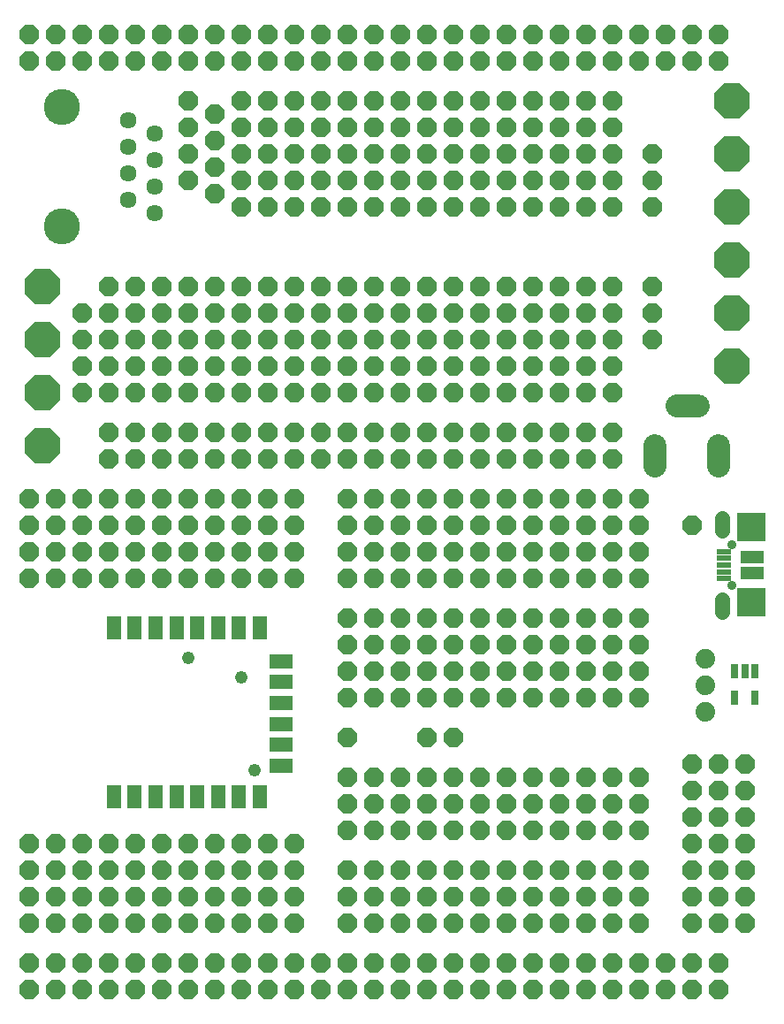
<source format=gts>
G75*
%MOIN*%
%OFA0B0*%
%FSLAX25Y25*%
%IPPOS*%
%LPD*%
%AMOC8*
5,1,8,0,0,1.08239X$1,22.5*
%
%ADD10OC8,0.07100*%
%ADD11C,0.08674*%
%ADD12C,0.07400*%
%ADD13OC8,0.13300*%
%ADD14R,0.05709X0.01969*%
%ADD15R,0.08674X0.04737*%
%ADD16C,0.05556*%
%ADD17R,0.10643X0.10643*%
%ADD18C,0.03556*%
%ADD19R,0.02965X0.05524*%
%ADD20R,0.05524X0.08674*%
%ADD21R,0.08674X0.05524*%
%ADD22C,0.06343*%
%ADD23C,0.13600*%
%ADD24C,0.04762*%
D10*
X0040953Y0036800D03*
X0040953Y0046800D03*
X0050953Y0046800D03*
X0050953Y0036800D03*
X0060953Y0036800D03*
X0060953Y0046800D03*
X0070953Y0046800D03*
X0080953Y0046800D03*
X0080953Y0036800D03*
X0070953Y0036800D03*
X0090953Y0036800D03*
X0090953Y0046800D03*
X0100953Y0046800D03*
X0100953Y0036800D03*
X0110953Y0036800D03*
X0110953Y0046800D03*
X0120953Y0046800D03*
X0120953Y0036800D03*
X0130953Y0036800D03*
X0140953Y0036800D03*
X0140953Y0046800D03*
X0130953Y0046800D03*
X0130953Y0061800D03*
X0140953Y0061800D03*
X0140953Y0071800D03*
X0130953Y0071800D03*
X0130953Y0081800D03*
X0140953Y0081800D03*
X0140953Y0091800D03*
X0130953Y0091800D03*
X0120953Y0091800D03*
X0120953Y0081800D03*
X0120953Y0071800D03*
X0120953Y0061800D03*
X0110953Y0061800D03*
X0110953Y0071800D03*
X0110953Y0081800D03*
X0110953Y0091800D03*
X0100953Y0091800D03*
X0100953Y0081800D03*
X0100953Y0071800D03*
X0100953Y0061800D03*
X0090953Y0061800D03*
X0090953Y0071800D03*
X0090953Y0081800D03*
X0090953Y0091800D03*
X0080953Y0091800D03*
X0080953Y0081800D03*
X0070953Y0081800D03*
X0070953Y0091800D03*
X0060953Y0091800D03*
X0060953Y0081800D03*
X0060953Y0071800D03*
X0060953Y0061800D03*
X0070953Y0061800D03*
X0080953Y0061800D03*
X0080953Y0071800D03*
X0070953Y0071800D03*
X0050953Y0071800D03*
X0050953Y0061800D03*
X0040953Y0061800D03*
X0040953Y0071800D03*
X0040953Y0081800D03*
X0040953Y0091800D03*
X0050953Y0091800D03*
X0050953Y0081800D03*
X0050953Y0191800D03*
X0060953Y0191800D03*
X0070953Y0191800D03*
X0080953Y0191800D03*
X0090953Y0191800D03*
X0100953Y0191800D03*
X0110953Y0191800D03*
X0120953Y0191800D03*
X0130953Y0191800D03*
X0140953Y0191800D03*
X0140953Y0201800D03*
X0140953Y0211800D03*
X0140953Y0221800D03*
X0130953Y0221800D03*
X0130953Y0211800D03*
X0130953Y0201800D03*
X0120953Y0201800D03*
X0120953Y0211800D03*
X0120953Y0221800D03*
X0110953Y0221800D03*
X0110953Y0211800D03*
X0110953Y0201800D03*
X0100953Y0201800D03*
X0100953Y0211800D03*
X0100953Y0221800D03*
X0090953Y0221800D03*
X0090953Y0211800D03*
X0090953Y0201800D03*
X0080953Y0201800D03*
X0080953Y0211800D03*
X0080953Y0221800D03*
X0070953Y0221800D03*
X0070953Y0211800D03*
X0070953Y0201800D03*
X0060953Y0201800D03*
X0060953Y0211800D03*
X0060953Y0221800D03*
X0050953Y0221800D03*
X0050953Y0211800D03*
X0050953Y0201800D03*
X0040953Y0201800D03*
X0040953Y0211800D03*
X0040953Y0221800D03*
X0040953Y0191800D03*
X0070953Y0236800D03*
X0080953Y0236800D03*
X0080953Y0246800D03*
X0070953Y0246800D03*
X0070953Y0261800D03*
X0080953Y0261800D03*
X0080953Y0271800D03*
X0080953Y0281800D03*
X0070953Y0281800D03*
X0070953Y0271800D03*
X0060953Y0271800D03*
X0060953Y0261800D03*
X0060953Y0281800D03*
X0060953Y0291800D03*
X0070953Y0291800D03*
X0080953Y0291800D03*
X0080953Y0301800D03*
X0070953Y0301800D03*
X0090953Y0301800D03*
X0090953Y0291800D03*
X0100953Y0291800D03*
X0100953Y0301800D03*
X0110953Y0301800D03*
X0110953Y0291800D03*
X0120953Y0291800D03*
X0120953Y0301800D03*
X0130953Y0301800D03*
X0140953Y0301800D03*
X0140953Y0291800D03*
X0130953Y0291800D03*
X0130953Y0281800D03*
X0140953Y0281800D03*
X0140953Y0271800D03*
X0140953Y0261800D03*
X0130953Y0261800D03*
X0130953Y0271800D03*
X0120953Y0271800D03*
X0120953Y0261800D03*
X0110953Y0261800D03*
X0110953Y0271800D03*
X0110953Y0281800D03*
X0120953Y0281800D03*
X0100953Y0281800D03*
X0100953Y0271800D03*
X0100953Y0261800D03*
X0090953Y0261800D03*
X0090953Y0271800D03*
X0090953Y0281800D03*
X0090953Y0246800D03*
X0090953Y0236800D03*
X0100953Y0236800D03*
X0100953Y0246800D03*
X0110953Y0246800D03*
X0110953Y0236800D03*
X0120953Y0236800D03*
X0120953Y0246800D03*
X0130953Y0246800D03*
X0140953Y0246800D03*
X0140953Y0236800D03*
X0130953Y0236800D03*
X0150953Y0236800D03*
X0150953Y0246800D03*
X0160953Y0246800D03*
X0160953Y0236800D03*
X0170953Y0236800D03*
X0170953Y0246800D03*
X0180953Y0246800D03*
X0180953Y0236800D03*
X0190953Y0236800D03*
X0200953Y0236800D03*
X0200953Y0246800D03*
X0190953Y0246800D03*
X0190953Y0261800D03*
X0200953Y0261800D03*
X0200953Y0271800D03*
X0200953Y0281800D03*
X0190953Y0281800D03*
X0190953Y0271800D03*
X0180953Y0271800D03*
X0180953Y0261800D03*
X0170953Y0261800D03*
X0170953Y0271800D03*
X0170953Y0281800D03*
X0180953Y0281800D03*
X0180953Y0291800D03*
X0180953Y0301800D03*
X0190953Y0301800D03*
X0200953Y0301800D03*
X0200953Y0291800D03*
X0190953Y0291800D03*
X0210953Y0291800D03*
X0210953Y0301800D03*
X0220953Y0301800D03*
X0220953Y0291800D03*
X0230953Y0291800D03*
X0230953Y0301800D03*
X0240953Y0301800D03*
X0240953Y0291800D03*
X0250953Y0291800D03*
X0260953Y0291800D03*
X0260953Y0301800D03*
X0250953Y0301800D03*
X0250953Y0281800D03*
X0260953Y0281800D03*
X0260953Y0271800D03*
X0260953Y0261800D03*
X0250953Y0261800D03*
X0250953Y0271800D03*
X0240953Y0271800D03*
X0240953Y0261800D03*
X0230953Y0261800D03*
X0230953Y0271800D03*
X0230953Y0281800D03*
X0240953Y0281800D03*
X0220953Y0281800D03*
X0220953Y0271800D03*
X0220953Y0261800D03*
X0210953Y0261800D03*
X0210953Y0271800D03*
X0210953Y0281800D03*
X0210953Y0246800D03*
X0210953Y0236800D03*
X0220953Y0236800D03*
X0220953Y0246800D03*
X0230953Y0246800D03*
X0230953Y0236800D03*
X0240953Y0236800D03*
X0240953Y0246800D03*
X0250953Y0246800D03*
X0260953Y0246800D03*
X0260953Y0236800D03*
X0250953Y0236800D03*
X0250953Y0221800D03*
X0260953Y0221800D03*
X0260953Y0211800D03*
X0260953Y0201800D03*
X0250953Y0201800D03*
X0250953Y0211800D03*
X0240953Y0211800D03*
X0240953Y0201800D03*
X0240953Y0191800D03*
X0250953Y0191800D03*
X0260953Y0191800D03*
X0270953Y0191800D03*
X0270953Y0201800D03*
X0270953Y0211800D03*
X0270953Y0221800D03*
X0290953Y0211800D03*
X0270953Y0176800D03*
X0270953Y0166800D03*
X0270953Y0156800D03*
X0270953Y0146800D03*
X0260953Y0146800D03*
X0260953Y0156800D03*
X0260953Y0166800D03*
X0250953Y0166800D03*
X0250953Y0156800D03*
X0250953Y0146800D03*
X0240953Y0146800D03*
X0240953Y0156800D03*
X0240953Y0166800D03*
X0240953Y0176800D03*
X0250953Y0176800D03*
X0260953Y0176800D03*
X0230953Y0176800D03*
X0230953Y0166800D03*
X0230953Y0156800D03*
X0230953Y0146800D03*
X0220953Y0146800D03*
X0220953Y0156800D03*
X0220953Y0166800D03*
X0220953Y0176800D03*
X0210953Y0176800D03*
X0210953Y0166800D03*
X0210953Y0156800D03*
X0210953Y0146800D03*
X0200953Y0146800D03*
X0200953Y0156800D03*
X0200953Y0166800D03*
X0190953Y0166800D03*
X0190953Y0156800D03*
X0190953Y0146800D03*
X0180953Y0146800D03*
X0180953Y0156800D03*
X0180953Y0166800D03*
X0180953Y0176800D03*
X0190953Y0176800D03*
X0200953Y0176800D03*
X0200953Y0191800D03*
X0190953Y0191800D03*
X0190953Y0201800D03*
X0200953Y0201800D03*
X0200953Y0211800D03*
X0200953Y0221800D03*
X0190953Y0221800D03*
X0190953Y0211800D03*
X0180953Y0211800D03*
X0180953Y0201800D03*
X0180953Y0191800D03*
X0170953Y0191800D03*
X0170953Y0201800D03*
X0170953Y0211800D03*
X0170953Y0221800D03*
X0180953Y0221800D03*
X0160953Y0221800D03*
X0160953Y0211800D03*
X0160953Y0201800D03*
X0160953Y0191800D03*
X0160953Y0176800D03*
X0170953Y0176800D03*
X0170953Y0166800D03*
X0170953Y0156800D03*
X0170953Y0146800D03*
X0160953Y0146800D03*
X0160953Y0156800D03*
X0160953Y0166800D03*
X0160953Y0131800D03*
X0160953Y0116800D03*
X0170953Y0116800D03*
X0180953Y0116800D03*
X0190953Y0116800D03*
X0200953Y0116800D03*
X0210953Y0116800D03*
X0220953Y0116800D03*
X0230953Y0116800D03*
X0240953Y0116800D03*
X0250953Y0116800D03*
X0260953Y0116800D03*
X0270953Y0116800D03*
X0270953Y0106800D03*
X0270953Y0096800D03*
X0260953Y0096800D03*
X0260953Y0106800D03*
X0250953Y0106800D03*
X0250953Y0096800D03*
X0240953Y0096800D03*
X0240953Y0106800D03*
X0230953Y0106800D03*
X0230953Y0096800D03*
X0220953Y0096800D03*
X0220953Y0106800D03*
X0210953Y0106800D03*
X0210953Y0096800D03*
X0200953Y0096800D03*
X0200953Y0106800D03*
X0190953Y0106800D03*
X0190953Y0096800D03*
X0180953Y0096800D03*
X0180953Y0106800D03*
X0170953Y0106800D03*
X0170953Y0096800D03*
X0160953Y0096800D03*
X0160953Y0106800D03*
X0160953Y0081800D03*
X0170953Y0081800D03*
X0180953Y0081800D03*
X0190953Y0081800D03*
X0200953Y0081800D03*
X0210953Y0081800D03*
X0220953Y0081800D03*
X0230953Y0081800D03*
X0240953Y0081800D03*
X0250953Y0081800D03*
X0260953Y0081800D03*
X0270953Y0081800D03*
X0270953Y0071800D03*
X0270953Y0061800D03*
X0260953Y0061800D03*
X0260953Y0071800D03*
X0250953Y0071800D03*
X0250953Y0061800D03*
X0240953Y0061800D03*
X0240953Y0071800D03*
X0230953Y0071800D03*
X0230953Y0061800D03*
X0220953Y0061800D03*
X0220953Y0071800D03*
X0210953Y0071800D03*
X0210953Y0061800D03*
X0200953Y0061800D03*
X0200953Y0071800D03*
X0190953Y0071800D03*
X0190953Y0061800D03*
X0180953Y0061800D03*
X0180953Y0071800D03*
X0170953Y0071800D03*
X0170953Y0061800D03*
X0160953Y0061800D03*
X0160953Y0071800D03*
X0160953Y0046800D03*
X0160953Y0036800D03*
X0170953Y0036800D03*
X0170953Y0046800D03*
X0180953Y0046800D03*
X0180953Y0036800D03*
X0190953Y0036800D03*
X0200953Y0036800D03*
X0200953Y0046800D03*
X0190953Y0046800D03*
X0210953Y0046800D03*
X0210953Y0036800D03*
X0220953Y0036800D03*
X0220953Y0046800D03*
X0230953Y0046800D03*
X0230953Y0036800D03*
X0240953Y0036800D03*
X0240953Y0046800D03*
X0250953Y0046800D03*
X0260953Y0046800D03*
X0260953Y0036800D03*
X0250953Y0036800D03*
X0270953Y0036800D03*
X0270953Y0046800D03*
X0280953Y0046800D03*
X0280953Y0036800D03*
X0290953Y0036800D03*
X0290953Y0046800D03*
X0300953Y0046800D03*
X0300953Y0036800D03*
X0300953Y0061800D03*
X0300953Y0071800D03*
X0310953Y0071800D03*
X0310953Y0061800D03*
X0310953Y0081800D03*
X0310953Y0091800D03*
X0310953Y0101800D03*
X0310953Y0111800D03*
X0310953Y0121800D03*
X0300953Y0121800D03*
X0300953Y0111800D03*
X0300953Y0101800D03*
X0300953Y0091800D03*
X0300953Y0081800D03*
X0290953Y0081800D03*
X0290953Y0091800D03*
X0290953Y0101800D03*
X0290953Y0111800D03*
X0290953Y0121800D03*
X0290953Y0071800D03*
X0290953Y0061800D03*
X0200953Y0131800D03*
X0190953Y0131800D03*
X0210953Y0191800D03*
X0220953Y0191800D03*
X0230953Y0191800D03*
X0230953Y0201800D03*
X0230953Y0211800D03*
X0230953Y0221800D03*
X0240953Y0221800D03*
X0220953Y0221800D03*
X0220953Y0211800D03*
X0220953Y0201800D03*
X0210953Y0201800D03*
X0210953Y0211800D03*
X0210953Y0221800D03*
X0160953Y0261800D03*
X0160953Y0271800D03*
X0160953Y0281800D03*
X0160953Y0291800D03*
X0160953Y0301800D03*
X0170953Y0301800D03*
X0170953Y0291800D03*
X0150953Y0291800D03*
X0150953Y0301800D03*
X0150953Y0281800D03*
X0150953Y0271800D03*
X0150953Y0261800D03*
X0150953Y0331800D03*
X0150953Y0341800D03*
X0160953Y0341800D03*
X0160953Y0331800D03*
X0170953Y0331800D03*
X0170953Y0341800D03*
X0180953Y0341800D03*
X0180953Y0331800D03*
X0190953Y0331800D03*
X0200953Y0331800D03*
X0200953Y0341800D03*
X0190953Y0341800D03*
X0190953Y0351800D03*
X0200953Y0351800D03*
X0200953Y0361800D03*
X0200953Y0371800D03*
X0190953Y0371800D03*
X0190953Y0361800D03*
X0180953Y0361800D03*
X0180953Y0351800D03*
X0170953Y0351800D03*
X0170953Y0361800D03*
X0170953Y0371800D03*
X0180953Y0371800D03*
X0180953Y0386800D03*
X0180953Y0396800D03*
X0190953Y0396800D03*
X0200953Y0396800D03*
X0200953Y0386800D03*
X0190953Y0386800D03*
X0210953Y0386800D03*
X0210953Y0396800D03*
X0220953Y0396800D03*
X0220953Y0386800D03*
X0230953Y0386800D03*
X0230953Y0396800D03*
X0240953Y0396800D03*
X0240953Y0386800D03*
X0250953Y0386800D03*
X0260953Y0386800D03*
X0260953Y0396800D03*
X0250953Y0396800D03*
X0270953Y0396800D03*
X0270953Y0386800D03*
X0280953Y0386800D03*
X0280953Y0396800D03*
X0290953Y0396800D03*
X0290953Y0386800D03*
X0300953Y0386800D03*
X0300953Y0396800D03*
X0275953Y0351800D03*
X0275953Y0341800D03*
X0275953Y0331800D03*
X0260953Y0331800D03*
X0260953Y0341800D03*
X0250953Y0341800D03*
X0250953Y0331800D03*
X0240953Y0331800D03*
X0240953Y0341800D03*
X0240953Y0351800D03*
X0240953Y0361800D03*
X0240953Y0371800D03*
X0250953Y0371800D03*
X0260953Y0371800D03*
X0260953Y0361800D03*
X0260953Y0351800D03*
X0250953Y0351800D03*
X0250953Y0361800D03*
X0230953Y0361800D03*
X0230953Y0351800D03*
X0230953Y0341800D03*
X0230953Y0331800D03*
X0220953Y0331800D03*
X0220953Y0341800D03*
X0220953Y0351800D03*
X0220953Y0361800D03*
X0220953Y0371800D03*
X0230953Y0371800D03*
X0210953Y0371800D03*
X0210953Y0361800D03*
X0210953Y0351800D03*
X0210953Y0341800D03*
X0210953Y0331800D03*
X0170953Y0386800D03*
X0170953Y0396800D03*
X0160953Y0396800D03*
X0160953Y0386800D03*
X0150953Y0386800D03*
X0150953Y0396800D03*
X0140953Y0396800D03*
X0140953Y0386800D03*
X0130953Y0386800D03*
X0130953Y0396800D03*
X0120953Y0396800D03*
X0120953Y0386800D03*
X0110953Y0386800D03*
X0110953Y0396800D03*
X0100953Y0396800D03*
X0100953Y0386800D03*
X0090953Y0386800D03*
X0090953Y0396800D03*
X0080953Y0396800D03*
X0080953Y0386800D03*
X0070953Y0386800D03*
X0070953Y0396800D03*
X0060953Y0396800D03*
X0060953Y0386800D03*
X0050953Y0386800D03*
X0050953Y0396800D03*
X0040953Y0396800D03*
X0040953Y0386800D03*
X0100953Y0371800D03*
X0100953Y0361800D03*
X0100953Y0351800D03*
X0100953Y0341800D03*
X0110953Y0336800D03*
X0110953Y0346800D03*
X0110953Y0356800D03*
X0110953Y0366800D03*
X0120953Y0361800D03*
X0120953Y0351800D03*
X0130953Y0351800D03*
X0140953Y0351800D03*
X0140953Y0361800D03*
X0140953Y0371800D03*
X0130953Y0371800D03*
X0130953Y0361800D03*
X0120953Y0371800D03*
X0120953Y0341800D03*
X0120953Y0331800D03*
X0130953Y0331800D03*
X0140953Y0331800D03*
X0140953Y0341800D03*
X0130953Y0341800D03*
X0150953Y0351800D03*
X0150953Y0361800D03*
X0150953Y0371800D03*
X0160953Y0371800D03*
X0160953Y0361800D03*
X0160953Y0351800D03*
X0275953Y0301800D03*
X0275953Y0291800D03*
X0275953Y0281800D03*
X0150953Y0046800D03*
X0150953Y0036800D03*
D11*
X0277173Y0234044D02*
X0277173Y0241918D01*
X0285441Y0256879D02*
X0293315Y0256879D01*
X0301189Y0241918D02*
X0301189Y0234044D01*
D12*
X0296189Y0161524D03*
X0296189Y0151524D03*
X0296189Y0141524D03*
D13*
X0305953Y0271800D03*
X0305953Y0291800D03*
X0305953Y0311800D03*
X0305953Y0331800D03*
X0305953Y0351800D03*
X0305953Y0371800D03*
X0045953Y0301800D03*
X0045953Y0281800D03*
X0045953Y0261800D03*
X0045953Y0241800D03*
D14*
X0302902Y0201918D03*
X0302902Y0199359D03*
X0302902Y0196800D03*
X0302902Y0194241D03*
X0302902Y0191682D03*
D15*
X0313827Y0193847D03*
X0313827Y0199753D03*
D16*
X0302409Y0209792D02*
X0302409Y0214548D01*
X0302409Y0183808D02*
X0302409Y0179052D01*
D17*
X0313433Y0182627D03*
X0313433Y0210973D03*
D18*
X0305953Y0204477D03*
X0305953Y0189123D03*
D19*
X0307213Y0156919D03*
X0310953Y0156919D03*
X0314693Y0156919D03*
X0314693Y0146681D03*
X0307213Y0146681D03*
D20*
X0128079Y0173080D03*
X0120205Y0173080D03*
X0112331Y0173080D03*
X0104457Y0173080D03*
X0096583Y0173080D03*
X0088709Y0173080D03*
X0080835Y0173080D03*
X0072961Y0173080D03*
X0072961Y0109300D03*
X0080835Y0109300D03*
X0088709Y0109300D03*
X0096583Y0109300D03*
X0104457Y0109300D03*
X0112331Y0109300D03*
X0120205Y0109300D03*
X0128079Y0109300D03*
D21*
X0135953Y0121111D03*
X0135953Y0128985D03*
X0135953Y0136859D03*
X0135953Y0144733D03*
X0135953Y0152607D03*
X0135953Y0160481D03*
D22*
X0088453Y0329300D03*
X0088453Y0339300D03*
X0088453Y0349300D03*
X0088453Y0359300D03*
X0078453Y0354300D03*
X0078453Y0344300D03*
X0078453Y0334300D03*
X0078453Y0364300D03*
D23*
X0053453Y0369300D03*
X0053453Y0324300D03*
D24*
X0100953Y0161800D03*
X0120953Y0154300D03*
X0125953Y0119300D03*
M02*

</source>
